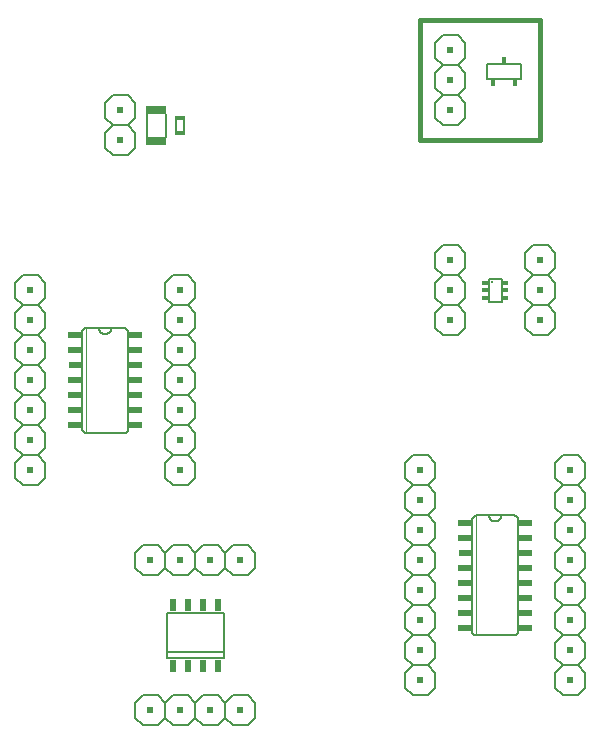
<source format=gto>
G75*
%MOIN*%
%OFA0B0*%
%FSLAX25Y25*%
%IPPOS*%
%LPD*%
%AMOC8*
5,1,8,0,0,1.08239X$1,22.5*
%
%ADD10C,0.01600*%
%ADD11C,0.00800*%
%ADD12C,0.01181*%
%ADD13R,0.01969X0.01181*%
%ADD14C,0.00600*%
%ADD15R,0.02000X0.02000*%
%ADD16R,0.01800X0.02300*%
%ADD17R,0.03400X0.01600*%
%ADD18R,0.06900X0.02900*%
%ADD19C,0.00200*%
%ADD20R,0.04500X0.02000*%
%ADD21R,0.01929X0.04331*%
D10*
X0195312Y0212513D02*
X0235312Y0212513D01*
X0235312Y0252513D01*
X0195312Y0252513D01*
X0195312Y0212513D01*
D11*
X0218146Y0166450D02*
X0222477Y0166450D01*
X0222477Y0158576D01*
X0218146Y0158576D01*
X0218146Y0166450D01*
X0129761Y0054993D02*
X0110863Y0054993D01*
X0110863Y0042001D01*
X0129761Y0042001D01*
X0129761Y0040032D01*
X0110863Y0040032D01*
X0110863Y0042001D01*
X0129761Y0042001D02*
X0129761Y0054993D01*
D12*
X0219328Y0165269D03*
D13*
X0216965Y0165072D03*
X0216965Y0162513D03*
X0216965Y0159954D03*
X0223658Y0159954D03*
X0223658Y0162513D03*
X0223658Y0165072D03*
D14*
X0062812Y0097513D02*
X0060312Y0100013D01*
X0060312Y0105013D01*
X0062812Y0107513D01*
X0060312Y0110013D01*
X0060312Y0115013D01*
X0062812Y0117513D01*
X0060312Y0120013D01*
X0060312Y0125013D01*
X0062812Y0127513D01*
X0060312Y0130013D01*
X0060312Y0135013D01*
X0062812Y0137513D01*
X0060312Y0140013D01*
X0060312Y0145013D01*
X0062812Y0147513D01*
X0060312Y0150013D01*
X0060312Y0155013D01*
X0062812Y0157513D01*
X0060312Y0160013D01*
X0060312Y0165013D01*
X0062812Y0167513D01*
X0067812Y0167513D01*
X0070312Y0165013D01*
X0070312Y0160013D01*
X0067812Y0157513D01*
X0070312Y0155013D01*
X0070312Y0150013D01*
X0067812Y0147513D01*
X0062812Y0147513D01*
X0067812Y0147513D02*
X0070312Y0145013D01*
X0070312Y0140013D01*
X0067812Y0137513D01*
X0070312Y0135013D01*
X0070312Y0130013D01*
X0067812Y0127513D01*
X0070312Y0125013D01*
X0070312Y0120013D01*
X0067812Y0117513D01*
X0062812Y0117513D01*
X0067812Y0117513D02*
X0070312Y0115013D01*
X0070312Y0110013D01*
X0067812Y0107513D01*
X0070312Y0105013D01*
X0070312Y0100013D01*
X0067812Y0097513D01*
X0062812Y0097513D01*
X0062812Y0107513D02*
X0067812Y0107513D01*
X0082612Y0116513D02*
X0082612Y0148513D01*
X0082614Y0148589D01*
X0082620Y0148665D01*
X0082629Y0148740D01*
X0082643Y0148815D01*
X0082660Y0148889D01*
X0082681Y0148962D01*
X0082705Y0149034D01*
X0082734Y0149105D01*
X0082765Y0149174D01*
X0082800Y0149241D01*
X0082839Y0149306D01*
X0082881Y0149370D01*
X0082926Y0149431D01*
X0082974Y0149490D01*
X0083025Y0149546D01*
X0083079Y0149600D01*
X0083135Y0149651D01*
X0083194Y0149699D01*
X0083255Y0149744D01*
X0083319Y0149786D01*
X0083384Y0149825D01*
X0083451Y0149860D01*
X0083520Y0149891D01*
X0083591Y0149920D01*
X0083663Y0149944D01*
X0083736Y0149965D01*
X0083810Y0149982D01*
X0083885Y0149996D01*
X0083960Y0150005D01*
X0084036Y0150011D01*
X0084112Y0150013D01*
X0088312Y0150013D01*
X0092312Y0150013D01*
X0096512Y0150013D01*
X0096588Y0150011D01*
X0096664Y0150005D01*
X0096739Y0149996D01*
X0096814Y0149982D01*
X0096888Y0149965D01*
X0096961Y0149944D01*
X0097033Y0149920D01*
X0097104Y0149891D01*
X0097173Y0149860D01*
X0097240Y0149825D01*
X0097305Y0149786D01*
X0097369Y0149744D01*
X0097430Y0149699D01*
X0097489Y0149651D01*
X0097545Y0149600D01*
X0097599Y0149546D01*
X0097650Y0149490D01*
X0097698Y0149431D01*
X0097743Y0149370D01*
X0097785Y0149306D01*
X0097824Y0149241D01*
X0097859Y0149174D01*
X0097890Y0149105D01*
X0097919Y0149034D01*
X0097943Y0148962D01*
X0097964Y0148889D01*
X0097981Y0148815D01*
X0097995Y0148740D01*
X0098004Y0148665D01*
X0098010Y0148589D01*
X0098012Y0148513D01*
X0098012Y0116513D01*
X0098010Y0116437D01*
X0098004Y0116361D01*
X0097995Y0116286D01*
X0097981Y0116211D01*
X0097964Y0116137D01*
X0097943Y0116064D01*
X0097919Y0115992D01*
X0097890Y0115921D01*
X0097859Y0115852D01*
X0097824Y0115785D01*
X0097785Y0115720D01*
X0097743Y0115656D01*
X0097698Y0115595D01*
X0097650Y0115536D01*
X0097599Y0115480D01*
X0097545Y0115426D01*
X0097489Y0115375D01*
X0097430Y0115327D01*
X0097369Y0115282D01*
X0097305Y0115240D01*
X0097240Y0115201D01*
X0097173Y0115166D01*
X0097104Y0115135D01*
X0097033Y0115106D01*
X0096961Y0115082D01*
X0096888Y0115061D01*
X0096814Y0115044D01*
X0096739Y0115030D01*
X0096664Y0115021D01*
X0096588Y0115015D01*
X0096512Y0115013D01*
X0084112Y0115013D01*
X0084036Y0115015D01*
X0083960Y0115021D01*
X0083885Y0115030D01*
X0083810Y0115044D01*
X0083736Y0115061D01*
X0083663Y0115082D01*
X0083591Y0115106D01*
X0083520Y0115135D01*
X0083451Y0115166D01*
X0083384Y0115201D01*
X0083319Y0115240D01*
X0083255Y0115282D01*
X0083194Y0115327D01*
X0083135Y0115375D01*
X0083079Y0115426D01*
X0083025Y0115480D01*
X0082974Y0115536D01*
X0082926Y0115595D01*
X0082881Y0115656D01*
X0082839Y0115720D01*
X0082800Y0115785D01*
X0082765Y0115852D01*
X0082734Y0115921D01*
X0082705Y0115992D01*
X0082681Y0116064D01*
X0082660Y0116137D01*
X0082643Y0116211D01*
X0082629Y0116286D01*
X0082620Y0116361D01*
X0082614Y0116437D01*
X0082612Y0116513D01*
X0067812Y0127513D02*
X0062812Y0127513D01*
X0062812Y0137513D02*
X0067812Y0137513D01*
X0067812Y0157513D02*
X0062812Y0157513D01*
X0088312Y0150013D02*
X0088314Y0149925D01*
X0088320Y0149836D01*
X0088330Y0149748D01*
X0088343Y0149661D01*
X0088361Y0149574D01*
X0088382Y0149488D01*
X0088407Y0149403D01*
X0088436Y0149320D01*
X0088469Y0149237D01*
X0088505Y0149157D01*
X0088544Y0149078D01*
X0088587Y0149000D01*
X0088634Y0148925D01*
X0088684Y0148852D01*
X0088737Y0148781D01*
X0088793Y0148712D01*
X0088852Y0148646D01*
X0088914Y0148583D01*
X0088978Y0148523D01*
X0089045Y0148465D01*
X0089115Y0148411D01*
X0089187Y0148359D01*
X0089261Y0148311D01*
X0089338Y0148266D01*
X0089416Y0148225D01*
X0089496Y0148187D01*
X0089577Y0148153D01*
X0089660Y0148122D01*
X0089745Y0148095D01*
X0089830Y0148072D01*
X0089916Y0148053D01*
X0090004Y0148037D01*
X0090091Y0148025D01*
X0090179Y0148017D01*
X0090268Y0148013D01*
X0090356Y0148013D01*
X0090445Y0148017D01*
X0090533Y0148025D01*
X0090620Y0148037D01*
X0090708Y0148053D01*
X0090794Y0148072D01*
X0090879Y0148095D01*
X0090964Y0148122D01*
X0091047Y0148153D01*
X0091128Y0148187D01*
X0091208Y0148225D01*
X0091286Y0148266D01*
X0091363Y0148311D01*
X0091437Y0148359D01*
X0091509Y0148411D01*
X0091579Y0148465D01*
X0091646Y0148523D01*
X0091710Y0148583D01*
X0091772Y0148646D01*
X0091831Y0148712D01*
X0091887Y0148781D01*
X0091940Y0148852D01*
X0091990Y0148925D01*
X0092037Y0149000D01*
X0092080Y0149078D01*
X0092119Y0149157D01*
X0092155Y0149237D01*
X0092188Y0149320D01*
X0092217Y0149403D01*
X0092242Y0149488D01*
X0092263Y0149574D01*
X0092281Y0149661D01*
X0092294Y0149748D01*
X0092304Y0149836D01*
X0092310Y0149925D01*
X0092312Y0150013D01*
X0110312Y0150013D02*
X0110312Y0155013D01*
X0112812Y0157513D01*
X0110312Y0160013D01*
X0110312Y0165013D01*
X0112812Y0167513D01*
X0117812Y0167513D01*
X0120312Y0165013D01*
X0120312Y0160013D01*
X0117812Y0157513D01*
X0120312Y0155013D01*
X0120312Y0150013D01*
X0117812Y0147513D01*
X0120312Y0145013D01*
X0120312Y0140013D01*
X0117812Y0137513D01*
X0120312Y0135013D01*
X0120312Y0130013D01*
X0117812Y0127513D01*
X0120312Y0125013D01*
X0120312Y0120013D01*
X0117812Y0117513D01*
X0120312Y0115013D01*
X0120312Y0110013D01*
X0117812Y0107513D01*
X0120312Y0105013D01*
X0120312Y0100013D01*
X0117812Y0097513D01*
X0112812Y0097513D01*
X0110312Y0100013D01*
X0110312Y0105013D01*
X0112812Y0107513D01*
X0110312Y0110013D01*
X0110312Y0115013D01*
X0112812Y0117513D01*
X0117812Y0117513D01*
X0112812Y0117513D02*
X0110312Y0120013D01*
X0110312Y0125013D01*
X0112812Y0127513D01*
X0110312Y0130013D01*
X0110312Y0135013D01*
X0112812Y0137513D01*
X0110312Y0140013D01*
X0110312Y0145013D01*
X0112812Y0147513D01*
X0117812Y0147513D01*
X0112812Y0147513D02*
X0110312Y0150013D01*
X0112812Y0157513D02*
X0117812Y0157513D01*
X0117812Y0137513D02*
X0112812Y0137513D01*
X0112812Y0127513D02*
X0117812Y0127513D01*
X0117812Y0107513D02*
X0112812Y0107513D01*
X0112812Y0077513D02*
X0117812Y0077513D01*
X0120312Y0075013D01*
X0122812Y0077513D01*
X0127812Y0077513D01*
X0130312Y0075013D01*
X0132812Y0077513D01*
X0137812Y0077513D01*
X0140312Y0075013D01*
X0140312Y0070013D01*
X0137812Y0067513D01*
X0132812Y0067513D01*
X0130312Y0070013D01*
X0127812Y0067513D01*
X0122812Y0067513D01*
X0120312Y0070013D01*
X0120312Y0075013D01*
X0120312Y0070013D02*
X0117812Y0067513D01*
X0112812Y0067513D01*
X0110312Y0070013D01*
X0107812Y0067513D01*
X0102812Y0067513D01*
X0100312Y0070013D01*
X0100312Y0075013D01*
X0102812Y0077513D01*
X0107812Y0077513D01*
X0110312Y0075013D01*
X0112812Y0077513D01*
X0110312Y0075013D02*
X0110312Y0070013D01*
X0130312Y0070013D02*
X0130312Y0075013D01*
X0132812Y0027513D02*
X0130312Y0025013D01*
X0130312Y0020013D01*
X0132812Y0017513D01*
X0137812Y0017513D01*
X0140312Y0020013D01*
X0140312Y0025013D01*
X0137812Y0027513D01*
X0132812Y0027513D01*
X0130312Y0025013D02*
X0127812Y0027513D01*
X0122812Y0027513D01*
X0120312Y0025013D01*
X0120312Y0020013D01*
X0117812Y0017513D01*
X0112812Y0017513D01*
X0110312Y0020013D01*
X0107812Y0017513D01*
X0102812Y0017513D01*
X0100312Y0020013D01*
X0100312Y0025013D01*
X0102812Y0027513D01*
X0107812Y0027513D01*
X0110312Y0025013D01*
X0112812Y0027513D01*
X0117812Y0027513D01*
X0120312Y0025013D01*
X0120312Y0020013D02*
X0122812Y0017513D01*
X0127812Y0017513D01*
X0130312Y0020013D01*
X0110312Y0020013D02*
X0110312Y0025013D01*
X0190312Y0030013D02*
X0190312Y0035013D01*
X0192812Y0037513D01*
X0190312Y0040013D01*
X0190312Y0045013D01*
X0192812Y0047513D01*
X0190312Y0050013D01*
X0190312Y0055013D01*
X0192812Y0057513D01*
X0190312Y0060013D01*
X0190312Y0065013D01*
X0192812Y0067513D01*
X0190312Y0070013D01*
X0190312Y0075013D01*
X0192812Y0077513D01*
X0190312Y0080013D01*
X0190312Y0085013D01*
X0192812Y0087513D01*
X0190312Y0090013D01*
X0190312Y0095013D01*
X0192812Y0097513D01*
X0190312Y0100013D01*
X0190312Y0105013D01*
X0192812Y0107513D01*
X0197812Y0107513D01*
X0200312Y0105013D01*
X0200312Y0100013D01*
X0197812Y0097513D01*
X0200312Y0095013D01*
X0200312Y0090013D01*
X0197812Y0087513D01*
X0192812Y0087513D01*
X0197812Y0087513D02*
X0200312Y0085013D01*
X0200312Y0080013D01*
X0197812Y0077513D01*
X0200312Y0075013D01*
X0200312Y0070013D01*
X0197812Y0067513D01*
X0200312Y0065013D01*
X0200312Y0060013D01*
X0197812Y0057513D01*
X0192812Y0057513D01*
X0197812Y0057513D02*
X0200312Y0055013D01*
X0200312Y0050013D01*
X0197812Y0047513D01*
X0200312Y0045013D01*
X0200312Y0040013D01*
X0197812Y0037513D01*
X0200312Y0035013D01*
X0200312Y0030013D01*
X0197812Y0027513D01*
X0192812Y0027513D01*
X0190312Y0030013D01*
X0192812Y0037513D02*
X0197812Y0037513D01*
X0197812Y0047513D02*
X0192812Y0047513D01*
X0212612Y0049013D02*
X0212612Y0086013D01*
X0212614Y0086089D01*
X0212620Y0086165D01*
X0212629Y0086240D01*
X0212643Y0086315D01*
X0212660Y0086389D01*
X0212681Y0086462D01*
X0212705Y0086534D01*
X0212734Y0086605D01*
X0212765Y0086674D01*
X0212800Y0086741D01*
X0212839Y0086806D01*
X0212881Y0086870D01*
X0212926Y0086931D01*
X0212974Y0086990D01*
X0213025Y0087046D01*
X0213079Y0087100D01*
X0213135Y0087151D01*
X0213194Y0087199D01*
X0213255Y0087244D01*
X0213319Y0087286D01*
X0213384Y0087325D01*
X0213451Y0087360D01*
X0213520Y0087391D01*
X0213591Y0087420D01*
X0213663Y0087444D01*
X0213736Y0087465D01*
X0213810Y0087482D01*
X0213885Y0087496D01*
X0213960Y0087505D01*
X0214036Y0087511D01*
X0214112Y0087513D01*
X0218312Y0087513D01*
X0222312Y0087513D01*
X0226512Y0087513D01*
X0226588Y0087511D01*
X0226664Y0087505D01*
X0226739Y0087496D01*
X0226814Y0087482D01*
X0226888Y0087465D01*
X0226961Y0087444D01*
X0227033Y0087420D01*
X0227104Y0087391D01*
X0227173Y0087360D01*
X0227240Y0087325D01*
X0227305Y0087286D01*
X0227369Y0087244D01*
X0227430Y0087199D01*
X0227489Y0087151D01*
X0227545Y0087100D01*
X0227599Y0087046D01*
X0227650Y0086990D01*
X0227698Y0086931D01*
X0227743Y0086870D01*
X0227785Y0086806D01*
X0227824Y0086741D01*
X0227859Y0086674D01*
X0227890Y0086605D01*
X0227919Y0086534D01*
X0227943Y0086462D01*
X0227964Y0086389D01*
X0227981Y0086315D01*
X0227995Y0086240D01*
X0228004Y0086165D01*
X0228010Y0086089D01*
X0228012Y0086013D01*
X0228012Y0049013D01*
X0228010Y0048937D01*
X0228004Y0048861D01*
X0227995Y0048786D01*
X0227981Y0048711D01*
X0227964Y0048637D01*
X0227943Y0048564D01*
X0227919Y0048492D01*
X0227890Y0048421D01*
X0227859Y0048352D01*
X0227824Y0048285D01*
X0227785Y0048220D01*
X0227743Y0048156D01*
X0227698Y0048095D01*
X0227650Y0048036D01*
X0227599Y0047980D01*
X0227545Y0047926D01*
X0227489Y0047875D01*
X0227430Y0047827D01*
X0227369Y0047782D01*
X0227305Y0047740D01*
X0227240Y0047701D01*
X0227173Y0047666D01*
X0227104Y0047635D01*
X0227033Y0047606D01*
X0226961Y0047582D01*
X0226888Y0047561D01*
X0226814Y0047544D01*
X0226739Y0047530D01*
X0226664Y0047521D01*
X0226588Y0047515D01*
X0226512Y0047513D01*
X0214112Y0047513D01*
X0214036Y0047515D01*
X0213960Y0047521D01*
X0213885Y0047530D01*
X0213810Y0047544D01*
X0213736Y0047561D01*
X0213663Y0047582D01*
X0213591Y0047606D01*
X0213520Y0047635D01*
X0213451Y0047666D01*
X0213384Y0047701D01*
X0213319Y0047740D01*
X0213255Y0047782D01*
X0213194Y0047827D01*
X0213135Y0047875D01*
X0213079Y0047926D01*
X0213025Y0047980D01*
X0212974Y0048036D01*
X0212926Y0048095D01*
X0212881Y0048156D01*
X0212839Y0048220D01*
X0212800Y0048285D01*
X0212765Y0048352D01*
X0212734Y0048421D01*
X0212705Y0048492D01*
X0212681Y0048564D01*
X0212660Y0048637D01*
X0212643Y0048711D01*
X0212629Y0048786D01*
X0212620Y0048861D01*
X0212614Y0048937D01*
X0212612Y0049013D01*
X0197812Y0067513D02*
X0192812Y0067513D01*
X0192812Y0077513D02*
X0197812Y0077513D01*
X0197812Y0097513D02*
X0192812Y0097513D01*
X0218312Y0087513D02*
X0218314Y0087425D01*
X0218320Y0087336D01*
X0218330Y0087248D01*
X0218343Y0087161D01*
X0218361Y0087074D01*
X0218382Y0086988D01*
X0218407Y0086903D01*
X0218436Y0086820D01*
X0218469Y0086737D01*
X0218505Y0086657D01*
X0218544Y0086578D01*
X0218587Y0086500D01*
X0218634Y0086425D01*
X0218684Y0086352D01*
X0218737Y0086281D01*
X0218793Y0086212D01*
X0218852Y0086146D01*
X0218914Y0086083D01*
X0218978Y0086023D01*
X0219045Y0085965D01*
X0219115Y0085911D01*
X0219187Y0085859D01*
X0219261Y0085811D01*
X0219338Y0085766D01*
X0219416Y0085725D01*
X0219496Y0085687D01*
X0219577Y0085653D01*
X0219660Y0085622D01*
X0219745Y0085595D01*
X0219830Y0085572D01*
X0219916Y0085553D01*
X0220004Y0085537D01*
X0220091Y0085525D01*
X0220179Y0085517D01*
X0220268Y0085513D01*
X0220356Y0085513D01*
X0220445Y0085517D01*
X0220533Y0085525D01*
X0220620Y0085537D01*
X0220708Y0085553D01*
X0220794Y0085572D01*
X0220879Y0085595D01*
X0220964Y0085622D01*
X0221047Y0085653D01*
X0221128Y0085687D01*
X0221208Y0085725D01*
X0221286Y0085766D01*
X0221363Y0085811D01*
X0221437Y0085859D01*
X0221509Y0085911D01*
X0221579Y0085965D01*
X0221646Y0086023D01*
X0221710Y0086083D01*
X0221772Y0086146D01*
X0221831Y0086212D01*
X0221887Y0086281D01*
X0221940Y0086352D01*
X0221990Y0086425D01*
X0222037Y0086500D01*
X0222080Y0086578D01*
X0222119Y0086657D01*
X0222155Y0086737D01*
X0222188Y0086820D01*
X0222217Y0086903D01*
X0222242Y0086988D01*
X0222263Y0087074D01*
X0222281Y0087161D01*
X0222294Y0087248D01*
X0222304Y0087336D01*
X0222310Y0087425D01*
X0222312Y0087513D01*
X0240312Y0090013D02*
X0242812Y0087513D01*
X0247812Y0087513D01*
X0250312Y0090013D01*
X0250312Y0095013D01*
X0247812Y0097513D01*
X0250312Y0100013D01*
X0250312Y0105013D01*
X0247812Y0107513D01*
X0242812Y0107513D01*
X0240312Y0105013D01*
X0240312Y0100013D01*
X0242812Y0097513D01*
X0247812Y0097513D01*
X0242812Y0097513D02*
X0240312Y0095013D01*
X0240312Y0090013D01*
X0242812Y0087513D02*
X0240312Y0085013D01*
X0240312Y0080013D01*
X0242812Y0077513D01*
X0247812Y0077513D01*
X0250312Y0075013D01*
X0250312Y0070013D01*
X0247812Y0067513D01*
X0250312Y0065013D01*
X0250312Y0060013D01*
X0247812Y0057513D01*
X0250312Y0055013D01*
X0250312Y0050013D01*
X0247812Y0047513D01*
X0250312Y0045013D01*
X0250312Y0040013D01*
X0247812Y0037513D01*
X0250312Y0035013D01*
X0250312Y0030013D01*
X0247812Y0027513D01*
X0242812Y0027513D01*
X0240312Y0030013D01*
X0240312Y0035013D01*
X0242812Y0037513D01*
X0240312Y0040013D01*
X0240312Y0045013D01*
X0242812Y0047513D01*
X0247812Y0047513D01*
X0242812Y0047513D02*
X0240312Y0050013D01*
X0240312Y0055013D01*
X0242812Y0057513D01*
X0240312Y0060013D01*
X0240312Y0065013D01*
X0242812Y0067513D01*
X0240312Y0070013D01*
X0240312Y0075013D01*
X0242812Y0077513D01*
X0247812Y0077513D02*
X0250312Y0080013D01*
X0250312Y0085013D01*
X0247812Y0087513D01*
X0247812Y0067513D02*
X0242812Y0067513D01*
X0242812Y0057513D02*
X0247812Y0057513D01*
X0247812Y0037513D02*
X0242812Y0037513D01*
X0237812Y0147513D02*
X0232812Y0147513D01*
X0230312Y0150013D01*
X0230312Y0155013D01*
X0232812Y0157513D01*
X0230312Y0160013D01*
X0230312Y0165013D01*
X0232812Y0167513D01*
X0230312Y0170013D01*
X0230312Y0175013D01*
X0232812Y0177513D01*
X0237812Y0177513D01*
X0240312Y0175013D01*
X0240312Y0170013D01*
X0237812Y0167513D01*
X0240312Y0165013D01*
X0240312Y0160013D01*
X0237812Y0157513D01*
X0240312Y0155013D01*
X0240312Y0150013D01*
X0237812Y0147513D01*
X0237812Y0157513D02*
X0232812Y0157513D01*
X0232812Y0167513D02*
X0237812Y0167513D01*
X0210312Y0170013D02*
X0207812Y0167513D01*
X0210312Y0165013D01*
X0210312Y0160013D01*
X0207812Y0157513D01*
X0210312Y0155013D01*
X0210312Y0150013D01*
X0207812Y0147513D01*
X0202812Y0147513D01*
X0200312Y0150013D01*
X0200312Y0155013D01*
X0202812Y0157513D01*
X0200312Y0160013D01*
X0200312Y0165013D01*
X0202812Y0167513D01*
X0200312Y0170013D01*
X0200312Y0175013D01*
X0202812Y0177513D01*
X0207812Y0177513D01*
X0210312Y0175013D01*
X0210312Y0170013D01*
X0207812Y0167513D02*
X0202812Y0167513D01*
X0202812Y0157513D02*
X0207812Y0157513D01*
X0207812Y0217513D02*
X0202812Y0217513D01*
X0200312Y0220013D01*
X0200312Y0225013D01*
X0202812Y0227513D01*
X0200312Y0230013D01*
X0200312Y0235013D01*
X0202812Y0237513D01*
X0200312Y0240013D01*
X0200312Y0245013D01*
X0202812Y0247513D01*
X0207812Y0247513D01*
X0210312Y0245013D01*
X0210312Y0240013D01*
X0207812Y0237513D01*
X0210312Y0235013D01*
X0210312Y0230013D01*
X0207812Y0227513D01*
X0210312Y0225013D01*
X0210312Y0220013D01*
X0207812Y0217513D01*
X0207812Y0227513D02*
X0202812Y0227513D01*
X0202812Y0237513D02*
X0207812Y0237513D01*
X0217712Y0238113D02*
X0217712Y0232913D01*
X0228912Y0232913D01*
X0228912Y0238113D01*
X0217712Y0238113D01*
X0116713Y0219214D02*
X0116713Y0215812D01*
X0113910Y0215812D02*
X0113910Y0219214D01*
X0110512Y0221263D02*
X0110512Y0213713D01*
X0104112Y0213713D02*
X0104112Y0221263D01*
X0100312Y0220013D02*
X0100312Y0225013D01*
X0097812Y0227513D01*
X0092812Y0227513D01*
X0090312Y0225013D01*
X0090312Y0220013D01*
X0092812Y0217513D01*
X0090312Y0215013D01*
X0090312Y0210013D01*
X0092812Y0207513D01*
X0097812Y0207513D01*
X0100312Y0210013D01*
X0100312Y0215013D01*
X0097812Y0217513D01*
X0092812Y0217513D01*
X0097812Y0217513D02*
X0100312Y0220013D01*
D15*
X0095312Y0222513D03*
X0095312Y0212513D03*
X0115312Y0162513D03*
X0115312Y0152513D03*
X0115312Y0142513D03*
X0115312Y0132513D03*
X0115312Y0122513D03*
X0115312Y0112513D03*
X0115312Y0102513D03*
X0115312Y0072513D03*
X0105312Y0072513D03*
X0125312Y0072513D03*
X0135312Y0072513D03*
X0135312Y0022513D03*
X0125312Y0022513D03*
X0115312Y0022513D03*
X0105312Y0022513D03*
X0065312Y0102513D03*
X0065312Y0112513D03*
X0065312Y0122513D03*
X0065312Y0132513D03*
X0065312Y0142513D03*
X0065312Y0152513D03*
X0065312Y0162513D03*
X0195312Y0102513D03*
X0195312Y0092513D03*
X0195312Y0082513D03*
X0195312Y0072513D03*
X0195312Y0062513D03*
X0195312Y0052513D03*
X0195312Y0042513D03*
X0195312Y0032513D03*
X0245312Y0032513D03*
X0245312Y0042513D03*
X0245312Y0052513D03*
X0245312Y0062513D03*
X0245312Y0072513D03*
X0245312Y0082513D03*
X0245312Y0092513D03*
X0245312Y0102513D03*
X0235312Y0152513D03*
X0235312Y0162513D03*
X0235312Y0172513D03*
X0205312Y0172513D03*
X0205312Y0162513D03*
X0205312Y0152513D03*
X0205312Y0222513D03*
X0205312Y0232513D03*
X0205312Y0242513D03*
D16*
X0219612Y0231563D03*
X0227012Y0231563D03*
X0223312Y0239463D03*
D17*
X0115312Y0220013D03*
X0115312Y0215013D03*
D18*
X0107312Y0212313D03*
X0107312Y0222713D03*
D19*
X0084012Y0150013D02*
X0084012Y0115013D01*
X0214012Y0087513D02*
X0214012Y0047513D01*
D20*
X0210362Y0050013D03*
X0210362Y0055013D03*
X0210362Y0060013D03*
X0210362Y0065013D03*
X0210362Y0070013D03*
X0210462Y0075013D03*
X0210362Y0080013D03*
X0210362Y0085013D03*
X0230262Y0085013D03*
X0230262Y0080013D03*
X0230262Y0075013D03*
X0230262Y0070013D03*
X0230262Y0065013D03*
X0230262Y0060013D03*
X0230262Y0055013D03*
X0230262Y0050013D03*
X0100262Y0117513D03*
X0100262Y0122513D03*
X0100262Y0127513D03*
X0100262Y0132513D03*
X0100262Y0137513D03*
X0100262Y0142513D03*
X0100262Y0147513D03*
X0080362Y0147513D03*
X0080362Y0142513D03*
X0080462Y0137513D03*
X0080362Y0132513D03*
X0080362Y0127513D03*
X0080362Y0122513D03*
X0080362Y0117513D03*
D21*
X0112812Y0057552D03*
X0117812Y0057552D03*
X0122812Y0057552D03*
X0127812Y0057552D03*
X0127812Y0037473D03*
X0122812Y0037473D03*
X0117812Y0037473D03*
X0112812Y0037473D03*
M02*

</source>
